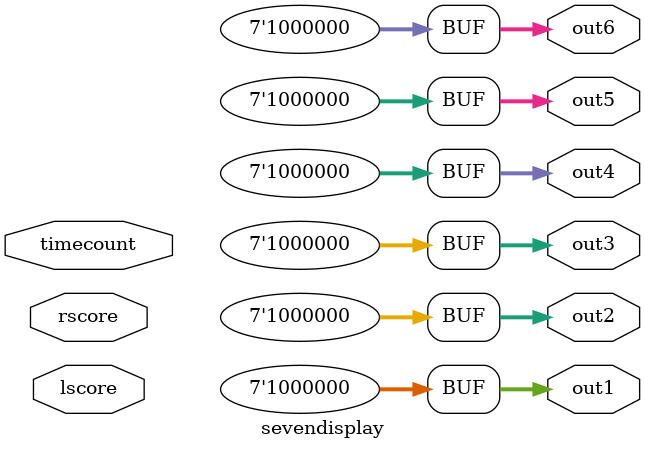
<source format=v>
module sevendisplay	(lscore,rscore,timecount,
							 out1,out2,out3,out4,out5,out6
							 );

input [6:0]lscore,rscore,timecount; //可以餵0~128進來

output  [6:0] out1,out2,out3,out4,out5,out6; //由左到右，六個七段顯示器
reg
[3:0]decimal_lscore,digit_lscore, //lscore十位數和個位數
decimal_rscore,digit_rscore, //lscore十位數和個位數
decimal_timecount,digit_timecount; //time 十位數和個位數
reg
[6:0] out1,out2,out3,out4,out5,out6;

always@(lscore)	
begin
		decimal_lscore <= lscore/10; // lscore/10 為十位數
		case(decimal_lscore)
			1:out1<=7'b1111001;
			2:out1<=7'b0100100;
			3:out1<=7'b0110000;
			4:out1<=7'b0011001;
			5:out1<=7'b0010010;
			6:out1<=7'b0000010;
			7:out1<=7'b1111000;
			8:out1<=7'b0000000;
			9:out1<=7'b0010000;
			default:out1<=7'b1000000;
		endcase
		
		digit_lscore <= lscore%10; // lscore%10為個位數
		case(digit_lscore)
			1:out2<=7'b1111001;
			2:out2<=7'b0100100;
			3:out2<=7'b0110000;
			4:out2<=7'b0011001;
			5:out2<=7'b0010010;
			6:out2<=7'b0000010;
			7:out2<=7'b1111000;
			8:out2<=7'b0000000;
			9:out2<=7'b0010000;
			default:out2<=7'b1000000;
		endcase
end
always@(rscore)	
begin
		//----------------------------------------
		decimal_rscore <= rscore/10;
		case(decimal_rscore)
			1:out3<=7'b1111001;
			2:out3<=7'b0100100;
			3:out3<=7'b0110000;
			4:out3<=7'b0011001;
			5:out3<=7'b0010010;
			6:out3<=7'b0000010;
			7:out3<=7'b1111000;
			8:out3<=7'b0000000;
			9:out3<=7'b0010000;
			default:out3<=7'b1000000;
		endcase
		
		digit_rscore <= rscore%10;
		case(digit_rscore)
			1:out4<=7'b1111001;
			2:out4<=7'b0100100;
			3:out4<=7'b0110000;
			4:out4<=7'b0011001;
			5:out4<=7'b0010010;
			6:out4<=7'b0000010;
			7:out4<=7'b1111000;
			8:out4<=7'b0000000;
			9:out4<=7'b0010000;
			default:out4<=7'b1000000;
		endcase
end
always@(timecount)	
begin	
		decimal_timecount <= timecount/10;
		case(decimal_timecount)
			1:out5<=7'b1111001;
			2:out5<=7'b0100100;
			3:out5<=7'b0110000;
			4:out5<=7'b0011001;
			5:out5<=7'b0010010;
			6:out5<=7'b0000010;
			7:out5<=7'b1111000;
			8:out5<=7'b0000000;
			9:out5<=7'b0010000;
			default:out5<=7'b1000000;
		endcase
		
		digit_timecount <= timecount%10;
		case(digit_timecount)
			1:out6<=7'b1111001;
			2:out6<=7'b0100100;
			3:out6<=7'b0110000;
			4:out6<=7'b0011001;
			5:out6<=7'b0010010;
			6:out6<=7'b0000010;
			7:out6<=7'b1111000;
			8:out6<=7'b0000000;
			9:out6<=7'b0010000;
			default:out6<=7'b1000000;
		endcase
		//-----------------------------------------
end
endmodule

</source>
